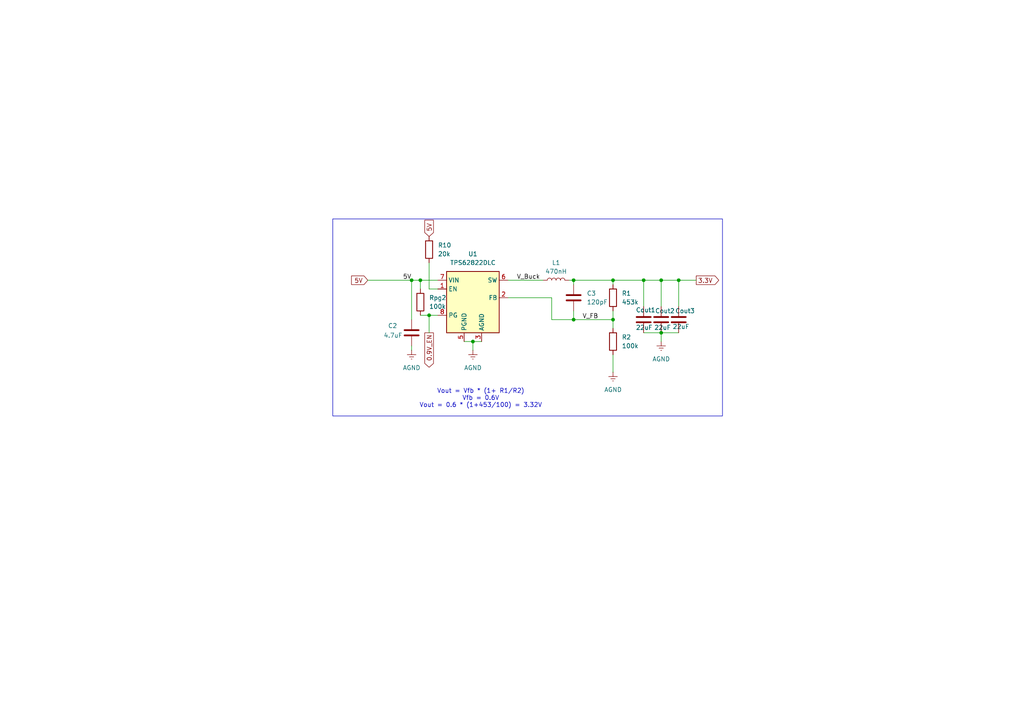
<source format=kicad_sch>
(kicad_sch
	(version 20231120)
	(generator "eeschema")
	(generator_version "8.0")
	(uuid "6377e85c-c9cc-4f36-a755-b46c75186cbf")
	(paper "A4")
	(title_block
		(title "3.3V Power Supply")
		(date "2024-09-01")
		(rev "1")
		(company "Michael Meyers")
	)
	(lib_symbols
		(symbol "Device:C"
			(pin_numbers hide)
			(pin_names
				(offset 0.254)
			)
			(exclude_from_sim no)
			(in_bom yes)
			(on_board yes)
			(property "Reference" "C"
				(at 0.635 2.54 0)
				(effects
					(font
						(size 1.27 1.27)
					)
					(justify left)
				)
			)
			(property "Value" "C"
				(at 0.635 -2.54 0)
				(effects
					(font
						(size 1.27 1.27)
					)
					(justify left)
				)
			)
			(property "Footprint" ""
				(at 0.9652 -3.81 0)
				(effects
					(font
						(size 1.27 1.27)
					)
					(hide yes)
				)
			)
			(property "Datasheet" "~"
				(at 0 0 0)
				(effects
					(font
						(size 1.27 1.27)
					)
					(hide yes)
				)
			)
			(property "Description" "Unpolarized capacitor"
				(at 0 0 0)
				(effects
					(font
						(size 1.27 1.27)
					)
					(hide yes)
				)
			)
			(property "ki_keywords" "cap capacitor"
				(at 0 0 0)
				(effects
					(font
						(size 1.27 1.27)
					)
					(hide yes)
				)
			)
			(property "ki_fp_filters" "C_*"
				(at 0 0 0)
				(effects
					(font
						(size 1.27 1.27)
					)
					(hide yes)
				)
			)
			(symbol "C_0_1"
				(polyline
					(pts
						(xy -2.032 -0.762) (xy 2.032 -0.762)
					)
					(stroke
						(width 0.508)
						(type default)
					)
					(fill
						(type none)
					)
				)
				(polyline
					(pts
						(xy -2.032 0.762) (xy 2.032 0.762)
					)
					(stroke
						(width 0.508)
						(type default)
					)
					(fill
						(type none)
					)
				)
			)
			(symbol "C_1_1"
				(pin passive line
					(at 0 3.81 270)
					(length 2.794)
					(name "~"
						(effects
							(font
								(size 1.27 1.27)
							)
						)
					)
					(number "1"
						(effects
							(font
								(size 1.27 1.27)
							)
						)
					)
				)
				(pin passive line
					(at 0 -3.81 90)
					(length 2.794)
					(name "~"
						(effects
							(font
								(size 1.27 1.27)
							)
						)
					)
					(number "2"
						(effects
							(font
								(size 1.27 1.27)
							)
						)
					)
				)
			)
		)
		(symbol "Device:L"
			(pin_numbers hide)
			(pin_names
				(offset 1.016) hide)
			(exclude_from_sim no)
			(in_bom yes)
			(on_board yes)
			(property "Reference" "L"
				(at -1.27 0 90)
				(effects
					(font
						(size 1.27 1.27)
					)
				)
			)
			(property "Value" "L"
				(at 1.905 0 90)
				(effects
					(font
						(size 1.27 1.27)
					)
				)
			)
			(property "Footprint" ""
				(at 0 0 0)
				(effects
					(font
						(size 1.27 1.27)
					)
					(hide yes)
				)
			)
			(property "Datasheet" "~"
				(at 0 0 0)
				(effects
					(font
						(size 1.27 1.27)
					)
					(hide yes)
				)
			)
			(property "Description" "Inductor"
				(at 0 0 0)
				(effects
					(font
						(size 1.27 1.27)
					)
					(hide yes)
				)
			)
			(property "ki_keywords" "inductor choke coil reactor magnetic"
				(at 0 0 0)
				(effects
					(font
						(size 1.27 1.27)
					)
					(hide yes)
				)
			)
			(property "ki_fp_filters" "Choke_* *Coil* Inductor_* L_*"
				(at 0 0 0)
				(effects
					(font
						(size 1.27 1.27)
					)
					(hide yes)
				)
			)
			(symbol "L_0_1"
				(arc
					(start 0 -2.54)
					(mid 0.6323 -1.905)
					(end 0 -1.27)
					(stroke
						(width 0)
						(type default)
					)
					(fill
						(type none)
					)
				)
				(arc
					(start 0 -1.27)
					(mid 0.6323 -0.635)
					(end 0 0)
					(stroke
						(width 0)
						(type default)
					)
					(fill
						(type none)
					)
				)
				(arc
					(start 0 0)
					(mid 0.6323 0.635)
					(end 0 1.27)
					(stroke
						(width 0)
						(type default)
					)
					(fill
						(type none)
					)
				)
				(arc
					(start 0 1.27)
					(mid 0.6323 1.905)
					(end 0 2.54)
					(stroke
						(width 0)
						(type default)
					)
					(fill
						(type none)
					)
				)
			)
			(symbol "L_1_1"
				(pin passive line
					(at 0 3.81 270)
					(length 1.27)
					(name "1"
						(effects
							(font
								(size 1.27 1.27)
							)
						)
					)
					(number "1"
						(effects
							(font
								(size 1.27 1.27)
							)
						)
					)
				)
				(pin passive line
					(at 0 -3.81 90)
					(length 1.27)
					(name "2"
						(effects
							(font
								(size 1.27 1.27)
							)
						)
					)
					(number "2"
						(effects
							(font
								(size 1.27 1.27)
							)
						)
					)
				)
			)
		)
		(symbol "Device:R"
			(pin_numbers hide)
			(pin_names
				(offset 0)
			)
			(exclude_from_sim no)
			(in_bom yes)
			(on_board yes)
			(property "Reference" "R"
				(at 2.032 0 90)
				(effects
					(font
						(size 1.27 1.27)
					)
				)
			)
			(property "Value" "R"
				(at 0 0 90)
				(effects
					(font
						(size 1.27 1.27)
					)
				)
			)
			(property "Footprint" ""
				(at -1.778 0 90)
				(effects
					(font
						(size 1.27 1.27)
					)
					(hide yes)
				)
			)
			(property "Datasheet" "~"
				(at 0 0 0)
				(effects
					(font
						(size 1.27 1.27)
					)
					(hide yes)
				)
			)
			(property "Description" "Resistor"
				(at 0 0 0)
				(effects
					(font
						(size 1.27 1.27)
					)
					(hide yes)
				)
			)
			(property "ki_keywords" "R res resistor"
				(at 0 0 0)
				(effects
					(font
						(size 1.27 1.27)
					)
					(hide yes)
				)
			)
			(property "ki_fp_filters" "R_*"
				(at 0 0 0)
				(effects
					(font
						(size 1.27 1.27)
					)
					(hide yes)
				)
			)
			(symbol "R_0_1"
				(rectangle
					(start -1.016 -2.54)
					(end 1.016 2.54)
					(stroke
						(width 0.254)
						(type default)
					)
					(fill
						(type none)
					)
				)
			)
			(symbol "R_1_1"
				(pin passive line
					(at 0 3.81 270)
					(length 1.27)
					(name "~"
						(effects
							(font
								(size 1.27 1.27)
							)
						)
					)
					(number "1"
						(effects
							(font
								(size 1.27 1.27)
							)
						)
					)
				)
				(pin passive line
					(at 0 -3.81 90)
					(length 1.27)
					(name "~"
						(effects
							(font
								(size 1.27 1.27)
							)
						)
					)
					(number "2"
						(effects
							(font
								(size 1.27 1.27)
							)
						)
					)
				)
			)
		)
		(symbol "Regulator_Switching:TPS62822DLC"
			(exclude_from_sim no)
			(in_bom yes)
			(on_board yes)
			(property "Reference" "U"
				(at -7.62 11.43 0)
				(effects
					(font
						(size 1.27 1.27)
					)
					(justify left)
				)
			)
			(property "Value" "TPS62822DLC"
				(at -1.27 11.43 0)
				(effects
					(font
						(size 1.27 1.27)
					)
					(justify left)
				)
			)
			(property "Footprint" "Package_SON:Texas_VSON-HR-8_1.5x2mm_P0.5mm"
				(at 3.81 -8.89 0)
				(effects
					(font
						(size 1.27 1.27)
					)
					(justify left)
					(hide yes)
				)
			)
			(property "Datasheet" "http://www.ti.com/lit/ds/symlink/tps62823.pdf"
				(at 0 13.97 0)
				(effects
					(font
						(size 1.27 1.27)
					)
					(hide yes)
				)
			)
			(property "Description" "2A Step-Down Converter with DCS-Control, adjustable output, 2.4-5.5V input voltage, QFN-8"
				(at 0 0 0)
				(effects
					(font
						(size 1.27 1.27)
					)
					(hide yes)
				)
			)
			(property "ki_keywords" "step-down dc-dc buck regulator"
				(at 0 0 0)
				(effects
					(font
						(size 1.27 1.27)
					)
					(hide yes)
				)
			)
			(property "ki_fp_filters" "Texas*VSON*HR*1.5x2mm*P0.5mm*"
				(at 0 0 0)
				(effects
					(font
						(size 1.27 1.27)
					)
					(hide yes)
				)
			)
			(symbol "TPS62822DLC_0_1"
				(rectangle
					(start -7.62 10.16)
					(end 7.62 -7.62)
					(stroke
						(width 0.254)
						(type default)
					)
					(fill
						(type background)
					)
				)
			)
			(symbol "TPS62822DLC_1_1"
				(pin input line
					(at -10.16 5.08 0)
					(length 2.54)
					(name "EN"
						(effects
							(font
								(size 1.27 1.27)
							)
						)
					)
					(number "1"
						(effects
							(font
								(size 1.27 1.27)
							)
						)
					)
				)
				(pin input line
					(at 10.16 2.54 180)
					(length 2.54)
					(name "FB"
						(effects
							(font
								(size 1.27 1.27)
							)
						)
					)
					(number "2"
						(effects
							(font
								(size 1.27 1.27)
							)
						)
					)
				)
				(pin power_in line
					(at 2.54 -10.16 90)
					(length 2.54)
					(name "AGND"
						(effects
							(font
								(size 1.27 1.27)
							)
						)
					)
					(number "3"
						(effects
							(font
								(size 1.27 1.27)
							)
						)
					)
				)
				(pin no_connect line
					(at 7.62 5.08 180)
					(length 2.54) hide
					(name "NC"
						(effects
							(font
								(size 1.27 1.27)
							)
						)
					)
					(number "4"
						(effects
							(font
								(size 1.27 1.27)
							)
						)
					)
				)
				(pin power_in line
					(at -2.54 -10.16 90)
					(length 2.54)
					(name "PGND"
						(effects
							(font
								(size 1.27 1.27)
							)
						)
					)
					(number "5"
						(effects
							(font
								(size 1.27 1.27)
							)
						)
					)
				)
				(pin power_out line
					(at 10.16 7.62 180)
					(length 2.54)
					(name "SW"
						(effects
							(font
								(size 1.27 1.27)
							)
						)
					)
					(number "6"
						(effects
							(font
								(size 1.27 1.27)
							)
						)
					)
				)
				(pin power_in line
					(at -10.16 7.62 0)
					(length 2.54)
					(name "VIN"
						(effects
							(font
								(size 1.27 1.27)
							)
						)
					)
					(number "7"
						(effects
							(font
								(size 1.27 1.27)
							)
						)
					)
				)
				(pin open_collector line
					(at -10.16 -2.54 0)
					(length 2.54)
					(name "PG"
						(effects
							(font
								(size 1.27 1.27)
							)
						)
					)
					(number "8"
						(effects
							(font
								(size 1.27 1.27)
							)
						)
					)
				)
			)
		)
		(symbol "power:Earth"
			(power)
			(pin_numbers hide)
			(pin_names
				(offset 0) hide)
			(exclude_from_sim no)
			(in_bom yes)
			(on_board yes)
			(property "Reference" "#PWR"
				(at 0 -6.35 0)
				(effects
					(font
						(size 1.27 1.27)
					)
					(hide yes)
				)
			)
			(property "Value" "Earth"
				(at 0 -3.81 0)
				(effects
					(font
						(size 1.27 1.27)
					)
				)
			)
			(property "Footprint" ""
				(at 0 0 0)
				(effects
					(font
						(size 1.27 1.27)
					)
					(hide yes)
				)
			)
			(property "Datasheet" "~"
				(at 0 0 0)
				(effects
					(font
						(size 1.27 1.27)
					)
					(hide yes)
				)
			)
			(property "Description" "Power symbol creates a global label with name \"Earth\""
				(at 0 0 0)
				(effects
					(font
						(size 1.27 1.27)
					)
					(hide yes)
				)
			)
			(property "ki_keywords" "global ground gnd"
				(at 0 0 0)
				(effects
					(font
						(size 1.27 1.27)
					)
					(hide yes)
				)
			)
			(symbol "Earth_0_1"
				(polyline
					(pts
						(xy -0.635 -1.905) (xy 0.635 -1.905)
					)
					(stroke
						(width 0)
						(type default)
					)
					(fill
						(type none)
					)
				)
				(polyline
					(pts
						(xy -0.127 -2.54) (xy 0.127 -2.54)
					)
					(stroke
						(width 0)
						(type default)
					)
					(fill
						(type none)
					)
				)
				(polyline
					(pts
						(xy 0 -1.27) (xy 0 0)
					)
					(stroke
						(width 0)
						(type default)
					)
					(fill
						(type none)
					)
				)
				(polyline
					(pts
						(xy 1.27 -1.27) (xy -1.27 -1.27)
					)
					(stroke
						(width 0)
						(type default)
					)
					(fill
						(type none)
					)
				)
			)
			(symbol "Earth_1_1"
				(pin power_in line
					(at 0 0 270)
					(length 0)
					(name "~"
						(effects
							(font
								(size 1.27 1.27)
							)
						)
					)
					(number "1"
						(effects
							(font
								(size 1.27 1.27)
							)
						)
					)
				)
			)
		)
	)
	(junction
		(at 124.46 91.44)
		(diameter 0)
		(color 0 0 0 0)
		(uuid "0053b834-36d1-4606-af73-1bf8e585a622")
	)
	(junction
		(at 166.37 81.28)
		(diameter 0)
		(color 0 0 0 0)
		(uuid "19715ca1-70ed-4946-a83c-8e559c826cf9")
	)
	(junction
		(at 166.37 92.71)
		(diameter 0)
		(color 0 0 0 0)
		(uuid "3a33b4f0-7350-4567-8968-8c187b86a8d5")
	)
	(junction
		(at 137.16 99.06)
		(diameter 0)
		(color 0 0 0 0)
		(uuid "43086cb4-7ca4-43ba-9598-64a8087cb3dd")
	)
	(junction
		(at 191.77 96.52)
		(diameter 0)
		(color 0 0 0 0)
		(uuid "6de385c1-56ed-4b79-8270-7bdff7d3ec23")
	)
	(junction
		(at 177.8 92.71)
		(diameter 0)
		(color 0 0 0 0)
		(uuid "80bf01ac-fa5b-4adf-bc1b-a6a6b4d5d463")
	)
	(junction
		(at 186.69 81.28)
		(diameter 0)
		(color 0 0 0 0)
		(uuid "94850e47-b4f6-4682-a001-95a57dcfa389")
	)
	(junction
		(at 121.92 81.28)
		(diameter 0)
		(color 0 0 0 0)
		(uuid "ca48ba9e-25dc-4e11-bc61-2f168d202449")
	)
	(junction
		(at 196.85 81.28)
		(diameter 0)
		(color 0 0 0 0)
		(uuid "cc8aae46-9181-4aae-92a8-996b7a742f28")
	)
	(junction
		(at 119.38 81.28)
		(diameter 0)
		(color 0 0 0 0)
		(uuid "dd4b6353-1329-4a54-8aac-d67e3e1a05d3")
	)
	(junction
		(at 177.8 81.28)
		(diameter 0)
		(color 0 0 0 0)
		(uuid "e8619b6c-a8c1-4492-ba63-cbfff59d8294")
	)
	(junction
		(at 191.77 81.28)
		(diameter 0)
		(color 0 0 0 0)
		(uuid "fcce6420-4fff-443b-87d6-1dfcb72cccce")
	)
	(wire
		(pts
			(xy 119.38 100.33) (xy 119.38 101.6)
		)
		(stroke
			(width 0)
			(type default)
		)
		(uuid "0fad3be0-2444-4ae0-93cf-47f9854a82ed")
	)
	(wire
		(pts
			(xy 177.8 92.71) (xy 177.8 95.25)
		)
		(stroke
			(width 0)
			(type default)
		)
		(uuid "0fd7afcc-609e-45a3-bcee-5cafe70e0382")
	)
	(wire
		(pts
			(xy 177.8 102.87) (xy 177.8 107.95)
		)
		(stroke
			(width 0)
			(type default)
		)
		(uuid "10f5fc32-72a0-456c-acd0-dfa783dc27ab")
	)
	(wire
		(pts
			(xy 166.37 90.17) (xy 166.37 92.71)
		)
		(stroke
			(width 0)
			(type default)
		)
		(uuid "113f9295-4715-420f-8060-a08353c4694f")
	)
	(wire
		(pts
			(xy 196.85 81.28) (xy 201.93 81.28)
		)
		(stroke
			(width 0)
			(type default)
		)
		(uuid "13c5040e-c7b7-4def-be90-9e6f09a8bf4b")
	)
	(wire
		(pts
			(xy 147.32 81.28) (xy 157.48 81.28)
		)
		(stroke
			(width 0)
			(type default)
		)
		(uuid "19b5a41c-980e-4dac-b093-f3930cc0ff9f")
	)
	(wire
		(pts
			(xy 177.8 81.28) (xy 177.8 82.55)
		)
		(stroke
			(width 0)
			(type default)
		)
		(uuid "1b216692-0c10-4532-bd25-4f17c758807f")
	)
	(wire
		(pts
			(xy 165.1 81.28) (xy 166.37 81.28)
		)
		(stroke
			(width 0)
			(type default)
		)
		(uuid "26283444-bd43-4f01-8d4f-b5997b239a3a")
	)
	(wire
		(pts
			(xy 124.46 76.2) (xy 124.46 83.82)
		)
		(stroke
			(width 0)
			(type default)
		)
		(uuid "2e916a6f-e7ee-419a-b932-ce723c15408d")
	)
	(wire
		(pts
			(xy 119.38 81.28) (xy 119.38 92.71)
		)
		(stroke
			(width 0)
			(type default)
		)
		(uuid "3147c415-0e74-4135-9283-e402ad0fbdfa")
	)
	(wire
		(pts
			(xy 191.77 81.28) (xy 191.77 88.9)
		)
		(stroke
			(width 0)
			(type default)
		)
		(uuid "35d96dbf-3a74-4276-97a8-3272b29aebe3")
	)
	(wire
		(pts
			(xy 166.37 81.28) (xy 177.8 81.28)
		)
		(stroke
			(width 0)
			(type default)
		)
		(uuid "38aa8ec2-ec9b-4441-8f3e-a9d16f2a7b36")
	)
	(wire
		(pts
			(xy 186.69 96.52) (xy 191.77 96.52)
		)
		(stroke
			(width 0)
			(type default)
		)
		(uuid "411224cc-b276-4062-a181-ce64b345c073")
	)
	(wire
		(pts
			(xy 166.37 92.71) (xy 177.8 92.71)
		)
		(stroke
			(width 0)
			(type default)
		)
		(uuid "4497a087-eed8-4a9e-b93f-3f897808db5d")
	)
	(wire
		(pts
			(xy 160.02 92.71) (xy 166.37 92.71)
		)
		(stroke
			(width 0)
			(type default)
		)
		(uuid "5ad07244-665e-4267-89e5-c74f5f00a6e1")
	)
	(wire
		(pts
			(xy 127 83.82) (xy 124.46 83.82)
		)
		(stroke
			(width 0)
			(type default)
		)
		(uuid "5fe784a2-8f36-4627-a2c1-25466f3fbb70")
	)
	(wire
		(pts
			(xy 121.92 81.28) (xy 121.92 83.82)
		)
		(stroke
			(width 0)
			(type default)
		)
		(uuid "80591213-a5a7-433b-a8c0-396cd4a7c81a")
	)
	(wire
		(pts
			(xy 160.02 86.36) (xy 160.02 92.71)
		)
		(stroke
			(width 0)
			(type default)
		)
		(uuid "821a146f-6cef-41ae-92ec-1f4eb2431cc6")
	)
	(wire
		(pts
			(xy 186.69 81.28) (xy 191.77 81.28)
		)
		(stroke
			(width 0)
			(type default)
		)
		(uuid "8ec03e38-ecee-494e-9d53-fbcacea3157b")
	)
	(wire
		(pts
			(xy 177.8 92.71) (xy 177.8 90.17)
		)
		(stroke
			(width 0)
			(type default)
		)
		(uuid "941a482a-3df6-4042-bb2d-43159d6f71d7")
	)
	(wire
		(pts
			(xy 191.77 96.52) (xy 191.77 99.06)
		)
		(stroke
			(width 0)
			(type default)
		)
		(uuid "9a9c07cb-9208-4dc7-97d2-72279271c426")
	)
	(wire
		(pts
			(xy 124.46 91.44) (xy 127 91.44)
		)
		(stroke
			(width 0)
			(type default)
		)
		(uuid "a7e0615d-c0a0-4a6b-9983-4dba4352d2d6")
	)
	(wire
		(pts
			(xy 147.32 86.36) (xy 160.02 86.36)
		)
		(stroke
			(width 0)
			(type default)
		)
		(uuid "b00eb788-f6cc-425a-bcaa-b60e21d58b99")
	)
	(wire
		(pts
			(xy 137.16 99.06) (xy 137.16 101.6)
		)
		(stroke
			(width 0)
			(type default)
		)
		(uuid "bfc1f00f-e144-4236-a992-89d8025d7bcc")
	)
	(wire
		(pts
			(xy 106.68 81.28) (xy 119.38 81.28)
		)
		(stroke
			(width 0)
			(type default)
		)
		(uuid "c5acc61a-04c5-4dcd-b495-56659eb29e75")
	)
	(wire
		(pts
			(xy 121.92 81.28) (xy 119.38 81.28)
		)
		(stroke
			(width 0)
			(type default)
		)
		(uuid "c9021c67-b11b-4eb9-a37a-e5ae5ed3f263")
	)
	(wire
		(pts
			(xy 124.46 91.44) (xy 124.46 96.52)
		)
		(stroke
			(width 0)
			(type default)
		)
		(uuid "c982c45b-9591-4c6b-8e3d-30643d1d1443")
	)
	(wire
		(pts
			(xy 196.85 81.28) (xy 196.85 88.9)
		)
		(stroke
			(width 0)
			(type default)
		)
		(uuid "ca787b00-e8f9-4ce7-b421-2b9b150fa1d3")
	)
	(wire
		(pts
			(xy 186.69 88.9) (xy 186.69 81.28)
		)
		(stroke
			(width 0)
			(type default)
		)
		(uuid "d4f7feab-4633-402a-9839-10db0fe3e8cc")
	)
	(wire
		(pts
			(xy 166.37 81.28) (xy 166.37 82.55)
		)
		(stroke
			(width 0)
			(type default)
		)
		(uuid "dd02627e-3cdc-4977-a39b-e6af14ff540d")
	)
	(wire
		(pts
			(xy 134.62 99.06) (xy 137.16 99.06)
		)
		(stroke
			(width 0)
			(type default)
		)
		(uuid "e06786c6-8513-4142-9088-aa938ca4be68")
	)
	(wire
		(pts
			(xy 121.92 91.44) (xy 124.46 91.44)
		)
		(stroke
			(width 0)
			(type default)
		)
		(uuid "e2a9b9cc-7cd3-4dc6-8482-e0b492507d88")
	)
	(wire
		(pts
			(xy 191.77 81.28) (xy 196.85 81.28)
		)
		(stroke
			(width 0)
			(type default)
		)
		(uuid "e46ae93e-ec6f-4dda-af03-756ca60eea8e")
	)
	(wire
		(pts
			(xy 137.16 99.06) (xy 139.7 99.06)
		)
		(stroke
			(width 0)
			(type default)
		)
		(uuid "e971229d-1d1e-4af3-ae76-c25fd35b80f5")
	)
	(wire
		(pts
			(xy 121.92 81.28) (xy 127 81.28)
		)
		(stroke
			(width 0)
			(type default)
		)
		(uuid "eaed3aff-d4b9-405e-9ea6-9cee9de925f4")
	)
	(wire
		(pts
			(xy 191.77 96.52) (xy 196.85 96.52)
		)
		(stroke
			(width 0)
			(type default)
		)
		(uuid "edb07957-84a7-4182-bd06-480a1b674243")
	)
	(wire
		(pts
			(xy 177.8 81.28) (xy 186.69 81.28)
		)
		(stroke
			(width 0)
			(type default)
		)
		(uuid "f3f09eb7-b2cf-4d46-a048-2940c680db38")
	)
	(rectangle
		(start 96.52 63.5)
		(end 209.55 120.65)
		(stroke
			(width 0)
			(type default)
		)
		(fill
			(type none)
		)
		(uuid 0dfc5a85-1f11-4048-a23c-5f2408f87f6d)
	)
	(text "Vout = Vfb * (1+ R1/R2)\nVfb = 0.6V\nVout = 0.6 * (1+453/100) = 3.32V"
		(exclude_from_sim yes)
		(at 139.446 115.57 0)
		(effects
			(font
				(size 1.27 1.27)
			)
		)
		(uuid "e4276df7-226b-43e0-9a11-5e357b897ab5")
	)
	(label "5V"
		(at 116.84 81.28 0)
		(fields_autoplaced yes)
		(effects
			(font
				(size 1.27 1.27)
			)
			(justify left bottom)
		)
		(uuid "61932f73-53f1-4b9d-80eb-b3875d052bc9")
	)
	(label "V_Buck"
		(at 149.86 81.28 0)
		(fields_autoplaced yes)
		(effects
			(font
				(size 1.27 1.27)
			)
			(justify left bottom)
		)
		(uuid "bea5e89f-967b-44e4-92b9-7c84f4f3f202")
	)
	(label "V_FB"
		(at 168.91 92.71 0)
		(fields_autoplaced yes)
		(effects
			(font
				(size 1.27 1.27)
			)
			(justify left bottom)
		)
		(uuid "d6f2f772-292f-48f0-aca2-a9043e2bccb8")
	)
	(global_label "5V"
		(shape input)
		(at 124.46 68.58 90)
		(fields_autoplaced yes)
		(effects
			(font
				(size 1.27 1.27)
			)
			(justify left)
		)
		(uuid "7e5f4ec2-889f-46f7-9cb6-e60b7063d83f")
		(property "Intersheetrefs" "${INTERSHEET_REFS}"
			(at 124.46 63.2967 90)
			(effects
				(font
					(size 1.27 1.27)
				)
				(justify left)
				(hide yes)
			)
		)
	)
	(global_label "5V"
		(shape input)
		(at 106.68 81.28 180)
		(fields_autoplaced yes)
		(effects
			(font
				(size 1.27 1.27)
			)
			(justify right)
		)
		(uuid "d7e2ea30-6c6c-4263-ba0c-8427430db1d9")
		(property "Intersheetrefs" "${INTERSHEET_REFS}"
			(at 101.3967 81.28 0)
			(effects
				(font
					(size 1.27 1.27)
				)
				(justify right)
				(hide yes)
			)
		)
	)
	(global_label "0.9V_EN"
		(shape output)
		(at 124.46 96.52 270)
		(fields_autoplaced yes)
		(effects
			(font
				(size 1.27 1.27)
			)
			(justify right)
		)
		(uuid "da9a1f2b-9c0c-4ddf-b7d7-0cbbbe4a273c")
		(property "Intersheetrefs" "${INTERSHEET_REFS}"
			(at 124.46 107.0647 90)
			(effects
				(font
					(size 1.27 1.27)
				)
				(justify right)
				(hide yes)
			)
		)
	)
	(global_label "3.3V"
		(shape output)
		(at 201.93 81.28 0)
		(fields_autoplaced yes)
		(effects
			(font
				(size 1.27 1.27)
			)
			(justify left)
		)
		(uuid "fca50b6e-4b63-4563-8347-1d5e41963961")
		(property "Intersheetrefs" "${INTERSHEET_REFS}"
			(at 209.0276 81.28 0)
			(effects
				(font
					(size 1.27 1.27)
				)
				(justify left)
				(hide yes)
			)
		)
	)
	(symbol
		(lib_id "Device:C")
		(at 186.69 92.71 0)
		(unit 1)
		(exclude_from_sim no)
		(in_bom yes)
		(on_board yes)
		(dnp no)
		(uuid "015100d1-2a9f-4c46-a5fc-3be3041a8451")
		(property "Reference" "Cout1"
			(at 184.404 89.916 0)
			(effects
				(font
					(size 1.27 1.27)
				)
				(justify left)
			)
		)
		(property "Value" "22uF"
			(at 184.404 94.996 0)
			(effects
				(font
					(size 1.27 1.27)
				)
				(justify left)
			)
		)
		(property "Footprint" "Capacitor_SMD:C_0805_2012Metric"
			(at 187.6552 96.52 0)
			(effects
				(font
					(size 1.27 1.27)
				)
				(hide yes)
			)
		)
		(property "Datasheet" "~"
			(at 186.69 92.71 0)
			(effects
				(font
					(size 1.27 1.27)
				)
				(hide yes)
			)
		)
		(property "Description" "Unpolarized capacitor"
			(at 186.69 92.71 0)
			(effects
				(font
					(size 1.27 1.27)
				)
				(hide yes)
			)
		)
		(pin "1"
			(uuid "738a1bb5-23d9-475a-b78e-c903c03e624b")
		)
		(pin "2"
			(uuid "3e8b3468-c9a8-4ed5-8761-62888b52d14f")
		)
		(instances
			(project ""
				(path "/5266cf9e-da90-4c53-80fd-cf3dbed42632/d97b0578-9041-4470-b716-17aff17c9225"
					(reference "Cout1")
					(unit 1)
				)
			)
		)
	)
	(symbol
		(lib_id "Device:R")
		(at 177.8 86.36 0)
		(unit 1)
		(exclude_from_sim no)
		(in_bom yes)
		(on_board yes)
		(dnp no)
		(fields_autoplaced yes)
		(uuid "32c5dc1c-0317-4bd6-8192-e50d82adc8b2")
		(property "Reference" "R1"
			(at 180.34 85.0899 0)
			(effects
				(font
					(size 1.27 1.27)
				)
				(justify left)
			)
		)
		(property "Value" "453k"
			(at 180.34 87.6299 0)
			(effects
				(font
					(size 1.27 1.27)
				)
				(justify left)
			)
		)
		(property "Footprint" "Resistor_SMD:R_0805_2012Metric"
			(at 176.022 86.36 90)
			(effects
				(font
					(size 1.27 1.27)
				)
				(hide yes)
			)
		)
		(property "Datasheet" "~"
			(at 177.8 86.36 0)
			(effects
				(font
					(size 1.27 1.27)
				)
				(hide yes)
			)
		)
		(property "Description" "Resistor"
			(at 177.8 86.36 0)
			(effects
				(font
					(size 1.27 1.27)
				)
				(hide yes)
			)
		)
		(pin "2"
			(uuid "17e53163-aa9c-4664-bdf8-616feb83c527")
		)
		(pin "1"
			(uuid "9fdb8c0f-1434-402d-a742-c44cd9890a2b")
		)
		(instances
			(project ""
				(path "/5266cf9e-da90-4c53-80fd-cf3dbed42632/d97b0578-9041-4470-b716-17aff17c9225"
					(reference "R1")
					(unit 1)
				)
			)
		)
	)
	(symbol
		(lib_id "Device:R")
		(at 177.8 99.06 0)
		(unit 1)
		(exclude_from_sim no)
		(in_bom yes)
		(on_board yes)
		(dnp no)
		(fields_autoplaced yes)
		(uuid "4e71e917-e4d7-4a28-963a-a645f934423c")
		(property "Reference" "R2"
			(at 180.34 97.7899 0)
			(effects
				(font
					(size 1.27 1.27)
				)
				(justify left)
			)
		)
		(property "Value" "100k"
			(at 180.34 100.3299 0)
			(effects
				(font
					(size 1.27 1.27)
				)
				(justify left)
			)
		)
		(property "Footprint" "Resistor_SMD:R_0805_2012Metric"
			(at 176.022 99.06 90)
			(effects
				(font
					(size 1.27 1.27)
				)
				(hide yes)
			)
		)
		(property "Datasheet" "~"
			(at 177.8 99.06 0)
			(effects
				(font
					(size 1.27 1.27)
				)
				(hide yes)
			)
		)
		(property "Description" "Resistor"
			(at 177.8 99.06 0)
			(effects
				(font
					(size 1.27 1.27)
				)
				(hide yes)
			)
		)
		(pin "2"
			(uuid "02a9df71-51fa-4d03-b8de-c05b60eb75e9")
		)
		(pin "1"
			(uuid "219eedbe-6552-48ba-994b-f12daca79c32")
		)
		(instances
			(project "Power_Supplies"
				(path "/5266cf9e-da90-4c53-80fd-cf3dbed42632/d97b0578-9041-4470-b716-17aff17c9225"
					(reference "R2")
					(unit 1)
				)
			)
		)
	)
	(symbol
		(lib_id "Device:C")
		(at 166.37 86.36 0)
		(unit 1)
		(exclude_from_sim no)
		(in_bom yes)
		(on_board yes)
		(dnp no)
		(fields_autoplaced yes)
		(uuid "51a05357-768a-440a-ba24-28b9bbcd94d7")
		(property "Reference" "C3"
			(at 170.18 85.0899 0)
			(effects
				(font
					(size 1.27 1.27)
				)
				(justify left)
			)
		)
		(property "Value" "120pF"
			(at 170.18 87.6299 0)
			(effects
				(font
					(size 1.27 1.27)
				)
				(justify left)
			)
		)
		(property "Footprint" "Capacitor_SMD:C_0402_1005Metric"
			(at 167.3352 90.17 0)
			(effects
				(font
					(size 1.27 1.27)
				)
				(hide yes)
			)
		)
		(property "Datasheet" "~"
			(at 166.37 86.36 0)
			(effects
				(font
					(size 1.27 1.27)
				)
				(hide yes)
			)
		)
		(property "Description" "Unpolarized capacitor"
			(at 166.37 86.36 0)
			(effects
				(font
					(size 1.27 1.27)
				)
				(hide yes)
			)
		)
		(pin "1"
			(uuid "9d52c11c-0a72-4b38-a980-2f17529474cd")
		)
		(pin "2"
			(uuid "7474ec15-ba21-4ade-9171-2805271435d2")
		)
		(instances
			(project "Power_Supplies"
				(path "/5266cf9e-da90-4c53-80fd-cf3dbed42632/d97b0578-9041-4470-b716-17aff17c9225"
					(reference "C3")
					(unit 1)
				)
			)
		)
	)
	(symbol
		(lib_id "Device:L")
		(at 161.29 81.28 90)
		(unit 1)
		(exclude_from_sim no)
		(in_bom yes)
		(on_board yes)
		(dnp no)
		(fields_autoplaced yes)
		(uuid "661b8b5b-67e8-4a26-9c52-876982394f95")
		(property "Reference" "L1"
			(at 161.29 76.2 90)
			(effects
				(font
					(size 1.27 1.27)
				)
			)
		)
		(property "Value" "470nH"
			(at 161.29 78.74 90)
			(effects
				(font
					(size 1.27 1.27)
				)
			)
		)
		(property "Footprint" "Inductor_SMD:L_0805_2012Metric"
			(at 161.29 81.28 0)
			(effects
				(font
					(size 1.27 1.27)
				)
				(hide yes)
			)
		)
		(property "Datasheet" "~"
			(at 161.29 81.28 0)
			(effects
				(font
					(size 1.27 1.27)
				)
				(hide yes)
			)
		)
		(property "Description" "Inductor"
			(at 161.29 81.28 0)
			(effects
				(font
					(size 1.27 1.27)
				)
				(hide yes)
			)
		)
		(pin "2"
			(uuid "89c9cd09-2677-4904-a857-4f75625567d9")
		)
		(pin "1"
			(uuid "0a5c8497-0aea-4ddd-a206-1d0bd61c3e06")
		)
		(instances
			(project ""
				(path "/5266cf9e-da90-4c53-80fd-cf3dbed42632/d97b0578-9041-4470-b716-17aff17c9225"
					(reference "L1")
					(unit 1)
				)
			)
		)
	)
	(symbol
		(lib_id "power:Earth")
		(at 191.77 99.06 0)
		(unit 1)
		(exclude_from_sim no)
		(in_bom yes)
		(on_board yes)
		(dnp no)
		(fields_autoplaced yes)
		(uuid "71d0ef67-8ff9-4577-952d-7098e16b480e")
		(property "Reference" "#PWR04"
			(at 191.77 105.41 0)
			(effects
				(font
					(size 1.27 1.27)
				)
				(hide yes)
			)
		)
		(property "Value" "AGND"
			(at 191.77 104.14 0)
			(effects
				(font
					(size 1.27 1.27)
				)
			)
		)
		(property "Footprint" ""
			(at 191.77 99.06 0)
			(effects
				(font
					(size 1.27 1.27)
				)
				(hide yes)
			)
		)
		(property "Datasheet" "~"
			(at 191.77 99.06 0)
			(effects
				(font
					(size 1.27 1.27)
				)
				(hide yes)
			)
		)
		(property "Description" "Power symbol creates a global label with name \"Earth\""
			(at 191.77 99.06 0)
			(effects
				(font
					(size 1.27 1.27)
				)
				(hide yes)
			)
		)
		(pin "1"
			(uuid "81a371a0-f5f5-4ce9-a581-88d072f70f20")
		)
		(instances
			(project "Power_Supplies"
				(path "/5266cf9e-da90-4c53-80fd-cf3dbed42632/d97b0578-9041-4470-b716-17aff17c9225"
					(reference "#PWR04")
					(unit 1)
				)
			)
		)
	)
	(symbol
		(lib_id "power:Earth")
		(at 177.8 107.95 0)
		(unit 1)
		(exclude_from_sim no)
		(in_bom yes)
		(on_board yes)
		(dnp no)
		(fields_autoplaced yes)
		(uuid "776ef46c-1eab-4ed6-ac04-a3f2a8d6e1d7")
		(property "Reference" "#PWR03"
			(at 177.8 114.3 0)
			(effects
				(font
					(size 1.27 1.27)
				)
				(hide yes)
			)
		)
		(property "Value" "AGND"
			(at 177.8 113.03 0)
			(effects
				(font
					(size 1.27 1.27)
				)
			)
		)
		(property "Footprint" ""
			(at 177.8 107.95 0)
			(effects
				(font
					(size 1.27 1.27)
				)
				(hide yes)
			)
		)
		(property "Datasheet" "~"
			(at 177.8 107.95 0)
			(effects
				(font
					(size 1.27 1.27)
				)
				(hide yes)
			)
		)
		(property "Description" "Power symbol creates a global label with name \"Earth\""
			(at 177.8 107.95 0)
			(effects
				(font
					(size 1.27 1.27)
				)
				(hide yes)
			)
		)
		(pin "1"
			(uuid "1528d65c-beed-44dd-9973-83c34fe575f7")
		)
		(instances
			(project "Power_Supplies"
				(path "/5266cf9e-da90-4c53-80fd-cf3dbed42632/d97b0578-9041-4470-b716-17aff17c9225"
					(reference "#PWR03")
					(unit 1)
				)
			)
		)
	)
	(symbol
		(lib_id "Device:R")
		(at 124.46 72.39 0)
		(unit 1)
		(exclude_from_sim no)
		(in_bom yes)
		(on_board yes)
		(dnp no)
		(fields_autoplaced yes)
		(uuid "7f87603e-c318-42e5-a4d8-613b61f33cd4")
		(property "Reference" "R10"
			(at 127 71.1199 0)
			(effects
				(font
					(size 1.27 1.27)
				)
				(justify left)
			)
		)
		(property "Value" "20k"
			(at 127 73.6599 0)
			(effects
				(font
					(size 1.27 1.27)
				)
				(justify left)
			)
		)
		(property "Footprint" "Resistor_SMD:R_0805_2012Metric"
			(at 122.682 72.39 90)
			(effects
				(font
					(size 1.27 1.27)
				)
				(hide yes)
			)
		)
		(property "Datasheet" "~"
			(at 124.46 72.39 0)
			(effects
				(font
					(size 1.27 1.27)
				)
				(hide yes)
			)
		)
		(property "Description" "Resistor"
			(at 124.46 72.39 0)
			(effects
				(font
					(size 1.27 1.27)
				)
				(hide yes)
			)
		)
		(pin "2"
			(uuid "f2cab357-ad41-4f0d-b8f9-6196d1c033cd")
		)
		(pin "1"
			(uuid "3afafac9-8513-4795-8f14-ae09ff61da08")
		)
		(instances
			(project "Power_Supplies"
				(path "/5266cf9e-da90-4c53-80fd-cf3dbed42632/d97b0578-9041-4470-b716-17aff17c9225"
					(reference "R10")
					(unit 1)
				)
			)
		)
	)
	(symbol
		(lib_id "Device:C")
		(at 196.85 92.71 0)
		(unit 1)
		(exclude_from_sim no)
		(in_bom yes)
		(on_board yes)
		(dnp no)
		(uuid "9b6f6ace-0edc-4c7c-968d-9d8ac2e6dbc6")
		(property "Reference" "Cout3"
			(at 195.834 90.17 0)
			(effects
				(font
					(size 1.27 1.27)
				)
				(justify left)
			)
		)
		(property "Value" "22uF"
			(at 195.072 94.742 0)
			(effects
				(font
					(size 1.27 1.27)
				)
				(justify left)
			)
		)
		(property "Footprint" "Capacitor_SMD:C_0805_2012Metric"
			(at 197.8152 96.52 0)
			(effects
				(font
					(size 1.27 1.27)
				)
				(hide yes)
			)
		)
		(property "Datasheet" "~"
			(at 196.85 92.71 0)
			(effects
				(font
					(size 1.27 1.27)
				)
				(hide yes)
			)
		)
		(property "Description" "Unpolarized capacitor"
			(at 196.85 92.71 0)
			(effects
				(font
					(size 1.27 1.27)
				)
				(hide yes)
			)
		)
		(pin "1"
			(uuid "b3b585ce-d1bf-4fab-93ac-d8bf0403a399")
		)
		(pin "2"
			(uuid "14fd1897-d86f-4e22-89ec-dcf327995451")
		)
		(instances
			(project "Power_Supplies"
				(path "/5266cf9e-da90-4c53-80fd-cf3dbed42632/d97b0578-9041-4470-b716-17aff17c9225"
					(reference "Cout3")
					(unit 1)
				)
			)
		)
	)
	(symbol
		(lib_id "Device:C")
		(at 119.38 96.52 0)
		(unit 1)
		(exclude_from_sim no)
		(in_bom yes)
		(on_board yes)
		(dnp no)
		(uuid "ba6c87dc-a8ce-41d3-9fc5-d374a8474e06")
		(property "Reference" "C2"
			(at 112.522 94.488 0)
			(effects
				(font
					(size 1.27 1.27)
				)
				(justify left)
			)
		)
		(property "Value" "4.7uF"
			(at 111.252 97.282 0)
			(effects
				(font
					(size 1.27 1.27)
				)
				(justify left)
			)
		)
		(property "Footprint" "Capacitor_SMD:C_0805_2012Metric"
			(at 120.3452 100.33 0)
			(effects
				(font
					(size 1.27 1.27)
				)
				(hide yes)
			)
		)
		(property "Datasheet" "~"
			(at 119.38 96.52 0)
			(effects
				(font
					(size 1.27 1.27)
				)
				(hide yes)
			)
		)
		(property "Description" "Unpolarized capacitor"
			(at 119.38 96.52 0)
			(effects
				(font
					(size 1.27 1.27)
				)
				(hide yes)
			)
		)
		(pin "1"
			(uuid "2880dadf-03a4-4f57-9dea-4cce98a9566a")
		)
		(pin "2"
			(uuid "be79443e-0b9a-45e4-8f0a-93372c977e1c")
		)
		(instances
			(project "Power_Supplies"
				(path "/5266cf9e-da90-4c53-80fd-cf3dbed42632/d97b0578-9041-4470-b716-17aff17c9225"
					(reference "C2")
					(unit 1)
				)
			)
		)
	)
	(symbol
		(lib_id "Regulator_Switching:TPS62822DLC")
		(at 137.16 88.9 0)
		(unit 1)
		(exclude_from_sim no)
		(in_bom yes)
		(on_board yes)
		(dnp no)
		(fields_autoplaced yes)
		(uuid "bbff96fc-891b-4d26-812e-4cb699278302")
		(property "Reference" "U1"
			(at 137.16 73.66 0)
			(effects
				(font
					(size 1.27 1.27)
				)
			)
		)
		(property "Value" "TPS62822DLC"
			(at 137.16 76.2 0)
			(effects
				(font
					(size 1.27 1.27)
				)
			)
		)
		(property "Footprint" "Package_SON:Texas_VSON-HR-8_1.5x2mm_P0.5mm"
			(at 140.97 97.79 0)
			(effects
				(font
					(size 1.27 1.27)
				)
				(justify left)
				(hide yes)
			)
		)
		(property "Datasheet" "http://www.ti.com/lit/ds/symlink/tps62823.pdf"
			(at 137.16 74.93 0)
			(effects
				(font
					(size 1.27 1.27)
				)
				(hide yes)
			)
		)
		(property "Description" "2A Step-Down Converter with DCS-Control, adjustable output, 2.4-5.5V input voltage, QFN-8"
			(at 137.16 88.9 0)
			(effects
				(font
					(size 1.27 1.27)
				)
				(hide yes)
			)
		)
		(pin "8"
			(uuid "0fd23e15-1b71-4a65-aaf6-b0d97f9f908c")
		)
		(pin "4"
			(uuid "67d7e191-289f-484d-a10e-e1266bbc249b")
		)
		(pin "6"
			(uuid "8c7052a4-fc41-4d84-b7f8-2c09df04f8ea")
		)
		(pin "3"
			(uuid "8d171cc3-05e9-444a-aad7-ace6d115eaa5")
		)
		(pin "1"
			(uuid "30bae4ec-6ca9-415b-ac00-8aefaaedc287")
		)
		(pin "2"
			(uuid "4396b97d-4344-4d2d-92de-381b737c650e")
		)
		(pin "7"
			(uuid "8c42fbbd-c982-4416-aa81-7167f88e0b1d")
		)
		(pin "5"
			(uuid "d8b50f17-3903-492e-a818-d257d4826e13")
		)
		(instances
			(project "Power_Supplies"
				(path "/5266cf9e-da90-4c53-80fd-cf3dbed42632/d97b0578-9041-4470-b716-17aff17c9225"
					(reference "U1")
					(unit 1)
				)
			)
		)
	)
	(symbol
		(lib_id "power:Earth")
		(at 119.38 101.6 0)
		(unit 1)
		(exclude_from_sim no)
		(in_bom yes)
		(on_board yes)
		(dnp no)
		(fields_autoplaced yes)
		(uuid "bd068739-328f-4b78-8d3d-641506e66058")
		(property "Reference" "#PWR05"
			(at 119.38 107.95 0)
			(effects
				(font
					(size 1.27 1.27)
				)
				(hide yes)
			)
		)
		(property "Value" "AGND"
			(at 119.38 106.68 0)
			(effects
				(font
					(size 1.27 1.27)
				)
			)
		)
		(property "Footprint" ""
			(at 119.38 101.6 0)
			(effects
				(font
					(size 1.27 1.27)
				)
				(hide yes)
			)
		)
		(property "Datasheet" "~"
			(at 119.38 101.6 0)
			(effects
				(font
					(size 1.27 1.27)
				)
				(hide yes)
			)
		)
		(property "Description" "Power symbol creates a global label with name \"Earth\""
			(at 119.38 101.6 0)
			(effects
				(font
					(size 1.27 1.27)
				)
				(hide yes)
			)
		)
		(pin "1"
			(uuid "dfd4de4e-9678-44f1-9bdf-819362704af1")
		)
		(instances
			(project "Power_Supplies"
				(path "/5266cf9e-da90-4c53-80fd-cf3dbed42632/d97b0578-9041-4470-b716-17aff17c9225"
					(reference "#PWR05")
					(unit 1)
				)
			)
		)
	)
	(symbol
		(lib_id "Device:R")
		(at 121.92 87.63 0)
		(unit 1)
		(exclude_from_sim no)
		(in_bom yes)
		(on_board yes)
		(dnp no)
		(fields_autoplaced yes)
		(uuid "c6cff671-0e31-4f3f-bf1b-f6daa80350d0")
		(property "Reference" "Rpg2"
			(at 124.46 86.3599 0)
			(effects
				(font
					(size 1.27 1.27)
				)
				(justify left)
			)
		)
		(property "Value" "100k"
			(at 124.46 88.8999 0)
			(effects
				(font
					(size 1.27 1.27)
				)
				(justify left)
			)
		)
		(property "Footprint" "Resistor_SMD:R_0805_2012Metric"
			(at 120.142 87.63 90)
			(effects
				(font
					(size 1.27 1.27)
				)
				(hide yes)
			)
		)
		(property "Datasheet" "~"
			(at 121.92 87.63 0)
			(effects
				(font
					(size 1.27 1.27)
				)
				(hide yes)
			)
		)
		(property "Description" "Resistor"
			(at 121.92 87.63 0)
			(effects
				(font
					(size 1.27 1.27)
				)
				(hide yes)
			)
		)
		(pin "2"
			(uuid "bdc47795-8583-46fd-a448-b1b24e0fbbc1")
		)
		(pin "1"
			(uuid "08622d79-f2d0-4898-acdf-9ff5da62eacf")
		)
		(instances
			(project "Power_Supplies"
				(path "/5266cf9e-da90-4c53-80fd-cf3dbed42632/d97b0578-9041-4470-b716-17aff17c9225"
					(reference "Rpg2")
					(unit 1)
				)
			)
		)
	)
	(symbol
		(lib_id "power:Earth")
		(at 137.16 101.6 0)
		(unit 1)
		(exclude_from_sim no)
		(in_bom yes)
		(on_board yes)
		(dnp no)
		(fields_autoplaced yes)
		(uuid "ee79d6b6-6de1-4f05-a603-afe6970c5ee1")
		(property "Reference" "#PWR08"
			(at 137.16 107.95 0)
			(effects
				(font
					(size 1.27 1.27)
				)
				(hide yes)
			)
		)
		(property "Value" "AGND"
			(at 137.16 106.68 0)
			(effects
				(font
					(size 1.27 1.27)
				)
			)
		)
		(property "Footprint" ""
			(at 137.16 101.6 0)
			(effects
				(font
					(size 1.27 1.27)
				)
				(hide yes)
			)
		)
		(property "Datasheet" "~"
			(at 137.16 101.6 0)
			(effects
				(font
					(size 1.27 1.27)
				)
				(hide yes)
			)
		)
		(property "Description" "Power symbol creates a global label with name \"Earth\""
			(at 137.16 101.6 0)
			(effects
				(font
					(size 1.27 1.27)
				)
				(hide yes)
			)
		)
		(pin "1"
			(uuid "4dbee932-68da-484a-b3c5-e8b1b3d65242")
		)
		(instances
			(project ""
				(path "/5266cf9e-da90-4c53-80fd-cf3dbed42632/d97b0578-9041-4470-b716-17aff17c9225"
					(reference "#PWR08")
					(unit 1)
				)
			)
		)
	)
	(symbol
		(lib_id "Device:C")
		(at 191.77 92.71 0)
		(unit 1)
		(exclude_from_sim no)
		(in_bom yes)
		(on_board yes)
		(dnp no)
		(uuid "f057b162-e4b3-49ed-8832-b2e62c12bcdc")
		(property "Reference" "Cout2"
			(at 189.992 90.17 0)
			(effects
				(font
					(size 1.27 1.27)
				)
				(justify left)
			)
		)
		(property "Value" "22uF"
			(at 189.738 94.996 0)
			(effects
				(font
					(size 1.27 1.27)
				)
				(justify left)
			)
		)
		(property "Footprint" "Capacitor_SMD:C_0805_2012Metric"
			(at 192.7352 96.52 0)
			(effects
				(font
					(size 1.27 1.27)
				)
				(hide yes)
			)
		)
		(property "Datasheet" "~"
			(at 191.77 92.71 0)
			(effects
				(font
					(size 1.27 1.27)
				)
				(hide yes)
			)
		)
		(property "Description" "Unpolarized capacitor"
			(at 191.77 92.71 0)
			(effects
				(font
					(size 1.27 1.27)
				)
				(hide yes)
			)
		)
		(pin "1"
			(uuid "dbeac0cb-9a73-4f4c-8d3b-a518cfa43e9b")
		)
		(pin "2"
			(uuid "18134c7f-6d37-4372-9ccb-87aa303f1230")
		)
		(instances
			(project "Power_Supplies"
				(path "/5266cf9e-da90-4c53-80fd-cf3dbed42632/d97b0578-9041-4470-b716-17aff17c9225"
					(reference "Cout2")
					(unit 1)
				)
			)
		)
	)
)

</source>
